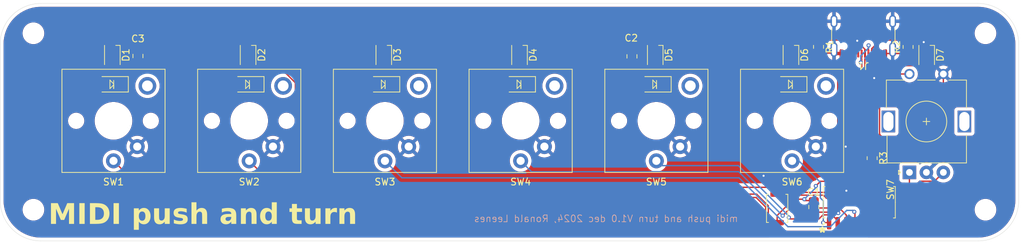
<source format=kicad_pcb>
(kicad_pcb (version 20240108) (generator "pcbnew") (generator_version "8.0")
  (layers (0 "F.Cu" signal) (31 "B.Cu" signal) (34 "B.Paste" user) (35 "F.Paste" user) (36 "B.SilkS" user "B.Silkscreen") (37 "F.SilkS" user "F.Silkscreen") (38 "B.Mask" user) (39 "F.Mask" user) (44 "Edge.Cuts" user))
  (net 0 "")
  (net 1 "GND")
  (net 2 "+3V3")
  (net 3 "+5V")
  (net 4 "neo")
  (net 5 "Net-(D1-DOUT)")
  (net 6 "Net-(D2-DOUT)")
  (net 7 "Net-(D3-DOUT)")
  (net 8 "Net-(D4-DOUT)")
  (net 10 "/D-")
  (net 11 "Net-(J1-CC2)")
  (net 13 "Net-(J1-CC1)")
  (net 14 "/D+")
  (net 16 "Net-(R3-Pad1)")
  (net 17 "key1")
  (net 18 "key4")
  (net 19 "enc_b")
  (net 20 "enc_a")
  (net 21 "Net-(D5-DOUT)")
  (net 22 "key2")
  (net 23 "key5")
  (net 24 "key3")
  (net 25 "key6")
  (net 27 "enc_but")
  (net 28 "Net-(D6-DOUT)")
  (footprint "LED_SMD:LED_WS2812B-2020_PLCC4_2.0x2.0mm" (layer "F.Cu") (at 105.1325 40.2 -90)
    (property "Reference" "D1" (at 0 -2.000001 90) (layer "F.SilkS"))
    (property "Value" "WS2812B-2020" (hide yes))
    (pad "1" smd rect (at -0.915 -0.55 270) (size 0.7 0.7) (layers "F.Cu" "F.Paste" "F.Mask") (net 5 "Net-(D1-DOUT)"))
    (pad "2" smd rect (at -0.915 0.55 270) (size 0.7 0.7) (layers "F.Cu" "F.Paste" "F.Mask") (net 1 "GND"))
    (pad "3" smd rect (at 0.915 0.55 270) (size 0.7 0.7) (layers "F.Cu" "F.Paste" "F.Mask") (net 4 "neo"))
    (pad "4" smd rect (at 0.915 -0.55 270) (size 0.7 0.7) (layers "F.Cu" "F.Paste" "F.Mask") (net 3 "+5V"))
  )
  (footprint "Resistor_SMD:R_0805_2012Metric" (layer "F.Cu") (at 217.1 55.4 -90)
    (property "Reference" "R3" (at 0 -1.65 90) (layer "F.SilkS"))
    (property "Value" "10k")
    (pad "1" smd roundrect (at -0.9125 0 270) (size 1.025 1.4) (layers "F.Cu" "F.Paste" "F.Mask") (roundrect_rratio 0.243902) (net 16 "Net-(R3-Pad1)"))
    (pad "2" smd roundrect (at 0.9125 0 270) (size 1.025 1.4) (layers "F.Cu" "F.Paste" "F.Mask") (roundrect_rratio 0.243902) (net 14 "/D+"))
  )
  (footprint "MountingHole:MountingHole_2.7mm_M2.5_ISO14580" (layer "F.Cu") (at 233.8 37)
    (property "Reference" "h1" (hide yes))
    (property "Value" "MountingHole_2.7mm_M2.5_ISO14580" (hide yes))
    (pad "" np_thru_hole circle (at 0 0) (size 2.7 2.7) (drill 2.7) (layers "F&B.Cu" "*.Mask"))
  )
  (footprint "Capacitor_SMD:C_0805_2012Metric" (layer "F.Cu") (at 181.7 40.4 90)
    (property "Reference" "C2" (at 2.7 -0.1 0) (layer "F.SilkS"))
    (property "Value" "100n")
    (pad "1" smd roundrect (at -0.949999 0 90) (size 1 1.45) (layers "F.Cu" "F.Paste" "F.Mask") (net 3 "+5V"))
    (pad "2" smd roundrect (at 0.949999 0 90) (size 1 1.45) (layers "F.Cu" "F.Paste" "F.Mask") (net 1 "GND"))
  )
  (footprint "MountingHole:MountingHole_2.7mm_M2.5_ISO14580" (layer "F.Cu") (at 233.8 63)
    (property "Reference" "h1" (hide yes))
    (property "Value" "MountingHole_2.7mm_M2.5_ISO14580" (hide yes))
    (pad "" np_thru_hole circle (at 0 0) (size 2.7 2.7) (drill 2.7) (layers "F&B.Cu" "*.Mask"))
  )
  (footprint "Resistor_SMD:R_0805_2012Metric" (layer "F.Cu") (at 222.4 39.0125 -90)
    (property "Reference" "R2" (at 0 1.700001 90) (layer "F.SilkS"))
    (property "Value" "5k1")
    (pad "1" smd roundrect (at -0.9125 0 270) (size 1.025 1.4) (layers "F.Cu" "F.Paste" "F.Mask") (roundrect_rratio 0.243902) (net 13 "Net-(J1-CC1)"))
    (pad "2" smd roundrect (at 0.9125 0 270) (size 1.025 1.4) (layers "F.Cu" "F.Paste" "F.Mask") (roundrect_rratio 0.243902) (net 1 "GND"))
  )
  (footprint "LED_SMD:LED_WS2812B-2020_PLCC4_2.0x2.0mm" (layer "F.Cu") (at 185.1325 40.2 -90)
    (property "Reference" "D5" (at 0 -2.000001 90) (layer "F.SilkS"))
    (property "Value" "WS2812B-2020" (hide yes))
    (pad "1" smd rect (at -0.915 -0.55 270) (size 0.7 0.7) (layers "F.Cu" "F.Paste" "F.Mask") (net 21 "Net-(D5-DOUT)"))
    (pad "2" smd rect (at -0.915 0.55 270) (size 0.7 0.7) (layers "F.Cu" "F.Paste" "F.Mask") (net 1 "GND"))
    (pad "3" smd rect (at 0.915 0.55 270) (size 0.7 0.7) (layers "F.Cu" "F.Paste" "F.Mask") (net 8 "Net-(D4-DOUT)"))
    (pad "4" smd rect (at 0.915 -0.55 270) (size 0.7 0.7) (layers "F.Cu" "F.Paste" "F.Mask") (net 3 "+5V"))
  )
  (footprint "LED_SMD:LED_WS2812B-2020_PLCC4_2.0x2.0mm" (layer "F.Cu") (at 225.1325 40.2 -90)
    (property "Reference" "D7" (at 0 -2.000001 90) (layer "F.SilkS"))
    (property "Value" "WS2812B-2020" (hide yes))
    (pad "1" smd rect (at -0.915 -0.55 270) (size 0.7 0.7) (layers "F.Cu" "F.Paste" "F.Mask"))
    (pad "2" smd rect (at -0.915 0.55 270) (size 0.7 0.7) (layers "F.Cu" "F.Paste" "F.Mask") (net 1 "GND"))
    (pad "3" smd rect (at 0.915 0.55 270) (size 0.7 0.7) (layers "F.Cu" "F.Paste" "F.Mask") (net 28 "Net-(D6-DOUT)"))
    (pad "4" smd rect (at 0.915 -0.55 270) (size 0.7 0.7) (layers "F.Cu" "F.Paste" "F.Mask") (net 3 "+5V"))
  )
  (footprint "Package_SO:SOP-16_4.4x10.4mm_P1.27mm" (layer "F.Cu") (at 215.2 61.9 90)
    (property "Reference" "U1" (hide yes))
    (property "Value" "CH552G")
    (pad "1" smd roundrect (at -3.0875 -4.445 90) (size 1.825 0.65) (layers "F.Cu" "F.Paste" "F.Mask") (net 25 "key6"))
    (pad "2" smd roundrect (at -3.0875 -3.175 90) (size 1.825 0.65) (layers "F.Cu" "F.Paste" "F.Mask") (net 23 "key5"))
    (pad "3" smd roundrect (at -3.0875 -1.905 90) (size 1.825 0.65) (layers "F.Cu" "F.Paste" "F.Mask") (net 18 "key4"))
    (pad "4" smd roundrect (at -3.0875 -0.635 90) (size 1.825 0.65) (layers "F.Cu" "F.Paste" "F.Mask") (net 24 "key3"))
    (pad "5" smd roundrect (at -3.0875 0.635 90) (size 1.825 0.65) (layers "F.Cu" "F.Paste" "F.Mask") (net 22 "key2"))
    (pad "6" smd roundrect (at -3.0875 1.905 90) (size 1.825 0.65) (layers "F.Cu" "F.Paste" "F.Mask"))
    (pad "7" smd roundrect (at -3.0875 3.175 90) (size 1.825 0.65) (layers "F.Cu" "F.Paste" "F.Mask") (net 20 "enc_a"))
    (pad "8" smd roundrect (at -3.0875 4.445 90) (size 1.825 0.65) (layers "F.Cu" "F.Paste" "F.Mask") (net 19 "enc_b"))
    (pad "9" smd roundrect (at 3.0875 4.445 90) (size 1.825 0.65) (layers "F.Cu" "F.Paste" "F.Mask") (net 17 "key1"))
    (pad "10" smd roundrect (at 3.0875 3.175 90) (size 1.825 0.65) (layers "F.Cu" "F.Paste" "F.Mask") (net 27 "enc_but"))
    (pad "11" smd roundrect (at 3.0875 1.905 90) (size 1.825 0.65) (layers "F.Cu" "F.Paste" "F.Mask") (net 4 "neo"))
    (pad "12" smd roundrect (at 3.0875 0.635 90) (size 1.825 0.65) (layers "F.Cu" "F.Paste" "F.Mask") (net 14 "/D+"))
    (pad "13" smd roundrect (at 3.0875 -0.635 90) (size 1.825 0.65) (layers "F.Cu" "F.Paste" "F.Mask") (net 10 "/D-"))
    (pad "14" smd roundrect (at 3.0875 -1.905 90) (size 1.825 0.65) (layers "F.Cu" "F.Paste" "F.Mask") (net 1 "GND"))
    (pad "15" smd roundrect (at 3.0875 -3.175 90) (size 1.825 0.65) (layers "F.Cu" "F.Paste" "F.Mask") (net 3 "+5V"))
    (pad "16" smd roundrect (at 3.0875 -4.445 90) (size 1.825 0.65) (layers "F.Cu" "F.Paste" "F.Mask") (net 2 "+3V3"))
  )
  (footprint "Capacitor_SMD:C_0805_2012Metric" (layer "F.Cu") (at 108.9 40.35 90)
    (property "Reference" "C3" (at 2.549999 0 0) (layer "F.SilkS"))
    (property "Value" "100n")
    (pad "1" smd roundrect (at -0.949999 0 90) (size 1 1.45) (layers "F.Cu" "F.Paste" "F.Mask") (net 3 "+5V"))
    (pad "2" smd roundrect (at 0.949999 0 90) (size 1 1.45) (layers "F.Cu" "F.Paste" "F.Mask") (net 1 "GND"))
  )
  (footprint "MountingHole:MountingHole_2.7mm_M2.5_ISO14580" (layer "F.Cu") (at 93.5 63)
    (property "Reference" "h1" (hide yes))
    (property "Value" "MountingHole_2.7mm_M2.5_ISO14580" (hide yes))
    (pad "" np_thru_hole circle (at 0 0) (size 2.7 2.7) (drill 2.7) (layers "F&B.Cu" "*.Mask"))
  )
  (footprint "LED_SMD:LED_WS2812B-2020_PLCC4_2.0x2.0mm" (layer "F.Cu") (at 205.1325 40.2 -90)
    (property "Reference" "D6" (at 0 -2.000001 90) (layer "F.SilkS"))
    (property "Value" "WS2812B-2020" (hide yes))
    (pad "1" smd rect (at -0.915 -0.55 270) (size 0.7 0.7) (layers "F.Cu" "F.Paste" "F.Mask") (net 28 "Net-(D6-DOUT)"))
    (pad "2" smd rect (at -0.915 0.55 270) (size 0.7 0.7) (layers "F.Cu" "F.Paste" "F.Mask") (net 1 "GND"))
    (pad "3" smd rect (at 0.915 0.55 270) (size 0.7 0.7) (layers "F.Cu" "F.Paste" "F.Mask") (net 21 "Net-(D5-DOUT)"))
    (pad "4" smd rect (at 0.915 -0.55 270) (size 0.7 0.7) (layers "F.Cu" "F.Paste" "F.Mask") (net 3 "+5V"))
  )
  (footprint "Resistor_SMD:R_0805_2012Metric" (layer "F.Cu") (at 209.2 39 -90)
    (property "Reference" "R1" (at 0 -1.65 90) (layer "F.SilkS"))
    (property "Value" "5k1")
    (pad "1" smd roundrect (at -0.9125 0 270) (size 1.025 1.4) (layers "F.Cu" "F.Paste" "F.Mask") (roundrect_rratio 0.243902) (net 11 "Net-(J1-CC2)"))
    (pad "2" smd roundrect (at 0.9125 0 270) (size 1.025 1.4) (layers "F.Cu" "F.Paste" "F.Mask") (roundrect_rratio 0.243902) (net 1 "GND"))
  )
  (footprint "Button_Switch_SMD:SW_Push_SPST_NO_Alps_SKRK" (layer "F.Cu") (at 203.1 62.8 -90)
    (property "Reference" "SW8" (hide yes))
    (property "Value" "boot")
    (pad "1" smd roundrect (at -2.1 0 270) (size 0.8 2) (layers "F.Cu" "F.Paste" "F.Mask") (net 16 "Net-(R3-Pad1)"))
    (pad "2" smd roundrect (at 2.1 0 270) (size 0.8 2) (layers "F.Cu" "F.Paste" "F.Mask") (net 2 "+3V3"))
  )
  (footprint "Button_Switch_Keyboard:SW_RedDragon5.5m_Ali_1.00u" (layer "F.Cu") (at 165.3 49.9 180)
    (property "Reference" "SW4" (at 0 -9 180) (layer "F.SilkS"))
    (property "Value" "key4" (hide yes))
    (pad "" np_thru_hole circle (at -5.5 0 180) (size 1.9 1.9) (drill 1.9) (layers "*.Cu" "*.Mask"))
    (pad "" thru_hole circle (at -5 5.15 180) (size 2.6 2.6) (drill 1.6) (layers "*.Cu" "*.Mask"))
    (pad "" np_thru_hole circle (at 0 0 180) (size 5.05 5.05) (drill 5.05) (layers "*.Cu" "*.Mask"))
    (pad "" np_thru_hole circle (at 5.5 0 180) (size 1.9 1.9) (drill 1.9) (layers "*.Cu" "*.Mask"))
    (pad "1" thru_hole circle (at 0 -5.9 180) (size 2.2 2.2) (drill 1.2) (layers "*.Cu" "*.Mask") (net 18 "key4"))
    (pad "2" thru_hole circle (at -3.5 -3.8 180) (size 2.2 2.2) (drill 1.2) (layers "*.Cu" "*.Mask") (net 1 "GND"))
    (pad "3" smd roundrect (at -1.3 5.38 180) (size 1.25 1.75) (layers "F.Cu" "F.Paste" "F.Mask") (roundrect_rratio 0.2))
    (pad "4" smd roundrect (at 1.5 5.38 180) (size 1.25 1.75) (layers "F.Cu" "F.Paste" "F.Mask") (roundrect_rratio 0.2))
  )
  (footprint "MountingHole:MountingHole_2.7mm_M2.5_ISO14580" (layer "F.Cu") (at 93.5 37)
    (property "Reference" "h1" (hide yes))
    (property "Value" "MountingHole_2.7mm_M2.5_ISO14580" (hide yes))
    (pad "" np_thru_hole circle (at 0 0) (size 2.7 2.7) (drill 2.7) (layers "F&B.Cu" "*.Mask"))
  )
  (footprint "Button_Switch_Keyboard:SW_RedDragon5.5m_Ali_1.00u" (layer "F.Cu") (at 185.3 49.9 180)
    (property "Reference" "SW5" (at 0 -9 180) (layer "F.SilkS"))
    (property "Value" "key5" (hide yes))
    (pad "" np_thru_hole circle (at -5.5 0 180) (size 1.9 1.9) (drill 1.9) (layers "*.Cu" "*.Mask"))
    (pad "" thru_hole circle (at -5 5.15 180) (size 2.6 2.6) (drill 1.6) (layers "*.Cu" "*.Mask"))
    (pad "" np_thru_hole circle (at 0 0 180) (size 5.05 5.05) (drill 5.05) (layers "*.Cu" "*.Mask"))
    (pad "" np_thru_hole circle (at 5.5 0 180) (size 1.9 1.9) (drill 1.9) (layers "*.Cu" "*.Mask"))
    (pad "1" thru_hole circle (at 0 -5.9 180) (size 2.2 2.2) (drill 1.2) (layers "*.Cu" "*.Mask") (net 23 "key5"))
    (pad "2" thru_hole circle (at -3.5 -3.8 180) (size 2.2 2.2) (drill 1.2) (layers "*.Cu" "*.Mask") (net 1 "GND"))
    (pad "3" smd roundrect (at -1.3 5.38 180) (size 1.25 1.75) (layers "F.Cu" "F.Paste" "F.Mask") (roundrect_rratio 0.2))
    (pad "4" smd roundrect (at 1.5 5.38 180) (size 1.25 1.75) (layers "F.Cu" "F.Paste" "F.Mask") (roundrect_rratio 0.2))
  )
  (footprint "LED_SMD:LED_WS2812B-2020_PLCC4_2.0x2.0mm" (layer "F.Cu") (at 165.1325 40.2 -90)
    (property "Reference" "D4" (at 0 -2.000001 90) (layer "F.SilkS"))
    (property "Value" "WS2812B-2020" (hide yes))
    (pad "1" smd rect (at -0.915 -0.55 270) (size 0.7 0.7) (layers "F.Cu" "F.Paste" "F.Mask") (net 8 "Net-(D4-DOUT)"))
    (pad "2" smd rect (at -0.915 0.55 270) (size 0.7 0.7) (layers "F.Cu" "F.Paste" "F.Mask") (net 1 "GND"))
    (pad "3" smd rect (at 0.915 0.55 270) (size 0.7 0.7) (layers "F.Cu" "F.Paste" "F.Mask") (net 7 "Net-(D3-DOUT)"))
    (pad "4" smd rect (at 0.915 -0.55 270) (size 0.7 0.7) (layers "F.Cu" "F.Paste" "F.Mask") (net 3 "+5V"))
  )
  (footprint "Capacitor_SMD:C_0805_2012Metric" (layer "F.Cu") (at 208.5 62.6 -90)
    (property "Reference" "C1" (at -2.2 0 0) (layer "F.SilkS"))
    (property "Value" "100n")
    (pad "1" smd roundrect (at -0.949999 0 270) (size 1 1.45) (layers "F.Cu" "F.Paste" "F.Mask") (net 2 "+3V3"))
    (pad "2" smd roundrect (at 0.949999 0 270) (size 1 1.45) (layers "F.Cu" "F.Paste" "F.Mask") (net 1 "GND"))
  )
  (footprint "Rotary_Encoder:RotaryEncoder_Alps_EC11E_Vertical_H20mm" (layer "F.Cu") (at 222.5925 57.5 90)
    (property "Reference" "SW7" (at -2.54 -2.794 90) (layer "F.SilkS"))
    (property "Value" "RotaryEncoder_Switch" (hide yes))
    (pad "A" thru_hole rect (at 0 0 90) (size 2 2) (drill 1) (layers "*.Cu" "*.Mask") (net 20 "enc_a"))
    (pad "B" thru_hole circle (at 0 5 90) (size 2 2) (drill 1) (layers "*.Cu" "*.Mask") (net 19 "enc_b"))
    (pad "C" thru_hole circle (at 0 2.5 90) (size 2 2) (drill 1) (layers "*.Cu" "*.Mask") (net 1 "GND"))
    (pad "MP" thru_hole rect (at 7.5 -3.1 90) (size 3.2 2) (drill oval 2.8 1.5) (layers "*.Cu" "*.Mask"))
    (pad "MP" thru_hole rect (at 7.5 8.1 90) (size 3.2 2) (drill oval 2.8 1.5) (layers "*.Cu" "*.Mask"))
    (pad "S1" thru_hole circle (at 14.5 0 90) (size 1.5 1.5) (drill 1) (layers "*.Cu" "*.Mask") (net 27 "enc_but"))
    (pad "S2" thru_hole circle (at 14.5 5 90) (size 1.5 1.5) (drill 1) (layers "*.Cu" "*.Mask") (net 1 "GND"))
  )
  (footprint "Button_Switch_Keyboard:SW_RedDragon5.5m_Ali_1.00u" (layer "F.Cu") (at 105.3 49.9 180)
    (property "Reference" "SW1" (at 0 -9 180) (layer "F.SilkS"))
    (property "Value" "key1" (hide yes))
    (pad "" np_thru_hole circle (at -5.5 0 180) (size 1.9 1.9) (drill 1.9) (layers "*.Cu" "*.Mask"))
    (pad "" thru_hole circle (at -5 5.15 180) (size 2.6 2.6) (drill 1.6) (layers "*.Cu" "*.Mask"))
    (pad "" np_thru_hole circle (at 0 0 180) (size 5.05 5.05) (drill 5.05) (layers "*.Cu" "*.Mask"))
    (pad "" np_thru_hole circle (at 5.5 0 180) (size 1.9 1.9) (drill 1.9) (layers "*.Cu" "*.Mask"))
    (pad "1" thru_hole circle (at 0 -5.9 180) (size 2.2 2.2) (drill 1.2) (layers "*.Cu" "*.Mask") (net 17 "key1"))
    (pad "2" thru_hole circle (at -3.5 -3.8 180) (size 2.2 2.2) (drill 1.2) (layers "*.Cu" "*.Mask") (net 1 "GND"))
    (pad "3" smd roundrect (at -1.3 5.38 180) (size 1.25 1.75) (layers "F.Cu" "F.Paste" "F.Mask") (roundrect_rratio 0.2))
    (pad "4" smd roundrect (at 1.5 5.38 180) (size 1.25 1.75) (layers "F.Cu" "F.Paste" "F.Mask") (roundrect_rratio 0.2))
  )
  (footprint "LED_SMD:LED_WS2812B-2020_PLCC4_2.0x2.0mm" (layer "F.Cu") (at 125.1325 40.2 -90)
    (property "Reference" "D2" (at 0 -2.000001 90) (layer "F.SilkS"))
    (property "Value" "WS2812B-2020" (hide yes))
    (pad "1" smd rect (at -0.915 -0.55 270) (size 0.7 0.7) (layers "F.Cu" "F.Paste" "F.Mask") (net 6 "Net-(D2-DOUT)"))
    (pad "2" smd rect (at -0.915 0.55 270) (size 0.7 0.7) (layers "F.Cu" "F.Paste" "F.Mask") (net 1 "GND"))
    (pad "3" smd rect (at 0.915 0.55 270) (size 0.7 0.7) (layers "F.Cu" "F.Paste" "F.Mask") (net 5 "Net-(D1-DOUT)"))
    (pad "4" smd rect (at 0.915 -0.55 270) (size 0.7 0.7) (layers "F.Cu" "F.Paste" "F.Mask") (net 3 "+5V"))
  )
  (footprint "LED_SMD:LED_WS2812B-2020_PLCC4_2.0x2.0mm" (layer "F.Cu") (at 145.1325 40.2 -90)
    (property "Reference" "D3" (at 0 -2.000001 90) (layer "F.SilkS"))
    (property "Value" "WS2812B-2020" (hide yes))
    (pad "1" smd rect (at -0.915 -0.55 270) (size 0.7 0.7) (layers "F.Cu" "F.Paste" "F.Mask") (net 7 "Net-(D3-DOUT)"))
    (pad "2" smd rect (at -0.915 0.55 270) (size 0.7 0.7) (layers "F.Cu" "F.Paste" "F.Mask") (net 1 "GND"))
    (pad "3" smd rect (at 0.915 0.55 270) (size 0.7 0.7) (layers "F.Cu" "F.Paste" "F.Mask") (net 6 "Net-(D2-DOUT)"))
    (pad "4" smd rect (at 0.915 -0.55 270) (size 0.7 0.7) (layers "F.Cu" "F.Paste" "F.Mask") (net 3 "+5V"))
  )
  (footprint "Connector_USB:USB_C_Receptacle_GCT_USB4105-xx-A_16P_TopMnt_Horizontal" (layer "F.Cu") (at 215.8 36.3 180)
    (property "Reference" "J1" (at 0 -5.5 180) (layer "F.SilkS"))
    (property "Value" "USB_C_Receptacle_USB2.0_16P" (hide yes))
    (pad "" np_thru_hole circle (at -2.89 -2.605 180) (size 0.65 0.65) (drill 0.65) (layers "F&B.Cu" "*.Mask"))
    (pad "" np_thru_hole circle (at 2.89 -2.605 180) (size 0.65 0.65) (drill 0.65) (layers "F&B.Cu" "*.Mask"))
    (pad "A1" smd roundrect (at -3.2 -3.68 180) (size 0.6 1.15) (layers "F.Cu" "F.Paste" "F.Mask") (net 1 "GND"))
    (pad "A4" smd roundrect (at -2.4 -3.68 180) (size 0.6 1.15) (layers "F.Cu" "F.Paste" "F.Mask") (net 3 "+5V"))
    (pad "A5" smd roundrect (at -1.25 -3.679999 180) (size 0.3 1.15) (layers "F.Cu" "F.Paste" "F.Mask") (net 13 "Net-(J1-CC1)"))
    (pad "A6" smd roundrect (at -0.25 -3.68 180) (size 0.3 1.15) (layers "F.Cu" "F.Paste" "F.Mask") (net 14 "/D+"))
    (pad "A7" smd roundrect (at 0.25 -3.68 180) (size 0.3 1.15) (layers "F.Cu" "F.Paste" "F.Mask") (net 10 "/D-"))
    (pad "A8" smd roundrect (at 1.25 -3.679999 180) (size 0.3 1.15) (layers "F.Cu" "F.Paste" "F.Mask"))
    (pad "A9" smd roundrect (at 2.4 -3.68 180) (size 0.6 1.15) (layers "F.Cu" "F.Paste" "F.Mask") (net 3 "+5V"))
    (pad "A12" smd roundrect (at 3.2 -3.68 180) (size 0.6 1.15) (layers "F.Cu" "F.Paste" "F.Mask") (net 1 "GND"))
    (pad "B1" smd roundrect (at 3.2 -3.68 180) (size 0.6 1.15) (layers "F.Cu" "F.Paste" "F.Mask") (net 1 "GND"))
    (pad "B4" smd roundrect (at 2.4 -3.68 180) (size 0.6 1.15) (layers "F.Cu" "F.Paste" "F.Mask") (net 3 "+5V"))
    (pad "B5" smd roundrect (at 1.75 -3.68 180) (size 0.3 1.15) (layers "F.Cu" "F.Paste" "F.Mask") (net 11 "Net-(J1-CC2)"))
    (pad "B6" smd roundrect (at 0.75 -3.68 180) (size 0.3 1.15) (layers "F.Cu" "F.Paste" "F.Mask") (net 14 "/D+"))
    (pad "B7" smd roundrect (at -0.75 -3.68 180) (size 0.3 1.15) (layers "F.Cu" "F.Paste" "F.Mask") (net 10 "/D-"))
    (pad "B8" smd roundrect (at -1.75 -3.68 180) (size 0.3 1.15) (layers "F.Cu" "F.Paste" "F.Mask"))
    (pad "B9" smd roundrect (at -2.4 -3.68 180) (size 0.6 1.15) (layers "F.Cu" "F.Paste" "F.Mask") (net 3 "+5V"))
    (pad "B12" smd roundrect (at -3.2 -3.68 180) (size 0.6 1.15) (layers "F.Cu" "F.Paste" "F.Mask") (net 1 "GND"))
    (pad "S1" thru_hole oval (at -4.32 -3.105 180) (size 1 2.1) (drill oval 0.6 1.7) (layers "*.Cu" "*.Mask" "F.Paste") (net 1 "GND"))
    (pad "S1" thru_hole oval (at -4.32 1.075 180) (size 1 1.8) (drill oval 0.6 1.4) (layers "*.Cu" "*.Mask" "F.Paste") (net 1 "GND"))
    (pad "S1" thru_hole oval (at 4.32 -3.105 180) (size 1 2.1) (drill oval 0.6 1.7) (layers "*.Cu" "*.Mask" "F.Paste") (net 1 "GND"))
    (pad "S1" thru_hole oval (at 4.32 1.075 180) (size 1 1.8) (drill oval 0.6 1.4) (layers "*.Cu" "*.Mask" "F.Paste") (net 1 "GND"))
  )
  (footprint "Button_Switch_Keyboard:SW_RedDragon5.5m_Ali_1.00u" (layer "F.Cu") (at 205.3 49.9 180)
    (property "Reference" "SW6" (at 0 -9 180) (layer "F.SilkS"))
    (property "Value" "key3" (hide yes))
    (pad "" np_thru_hole circle (at -5.5 0 180) (size 1.9 1.9) (drill 1.9) (layers "*.Cu" "*.Mask"))
    (pad "" thru_hole circle (at -5 5.15 180) (size 2.6 2.6) (drill 1.6) (layers "*.Cu" "*.Mask"))
    (pad "" np_thru_hole circle (at 0 0 180) (size 5.05 5.05) (drill 5.05) (layers "*.Cu" "*.Mask"))
    (pad "" np_thru_hole circle (at 5.5 0 180) (size 1.9 1.9) (drill 1.9) (layers "*.Cu" "*.Mask"))
    (pad "1" thru_hole circle (at 0 -5.9 180) (size 2.2 2.2) (drill 1.2) (layers "*.Cu" "*.Mask") (net 25 "key6"))
    (pad "2" thru_hole circle (at -3.5 -3.8 180) (size 2.2 2.2) (drill 1.2) (layers "*.Cu" "*.Mask") (net 1 "GND"))
    (pad "3" smd roundrect (at -1.3 5.38 180) (size 1.25 1.75) (layers "F.Cu" "F.Paste" "F.Mask") (roundrect_rratio 0.2))
    (pad "4" smd roundrect (at 1.5 5.38 180) (size 1.25 1.75) (layers "F.Cu" "F.Paste" "F.Mask") (roundrect_rratio 0.2))
  )
  (footprint "Button_Switch_Keyboard:SW_RedDragon5.5m_Ali_1.00u" (layer "F.Cu") (at 145.3 49.9 180)
    (property "Reference" "SW3" (at 0 -9 180) (layer "F.SilkS"))
    (property "Value" "key3" (hide yes))
    (pad "" np_thru_hole circle (at -5.5 0 180) (size 1.9 1.9) (drill 1.9) (layers "*.Cu" "*.Mask"))
    (pad "" thru_hole circle (at -5 5.15 180) (size 2.6 2.6) (drill 1.6) (layers "*.Cu" "*.Mask"))
    (pad "" np_thru_hole circle (at 0 0 180) (size 5.05 5.05) (drill 5.05) (layers "*.Cu" "*.Mask"))
    (pad "" np_thru_hole circle (at 5.5 0 180) (size 1.9 1.9) (drill 1.9) (layers "*.Cu" "*.Mask"))
    (pad "1" thru_hole circle (at 0 -5.9 180) (size 2.2 2.2) (drill 1.2) (layers "*.Cu" "*.Mask") (net 24 "key3"))
    (pad "2" thru_hole circle (at -3.5 -3.8 180) (size 2.2 2.2) (drill 1.2) (layers "*.Cu" "*.Mask") (net 1 "GND"))
    (pad "3" smd roundrect (at -1.3 5.38 180) (size 1.25 1.75) (layers "F.Cu" "F.Paste" "F.Mask") (roundrect_rratio 0.2))
    (pad "4" smd roundrect (at 1.5 5.38 180) (size 1.25 1.75) (layers "F.Cu" "F.Paste" "F.Mask") (roundrect_rratio 0.2))
  )
  (footprint "Button_Switch_Keyboard:SW_RedDragon5.5m_Ali_1.00u" (layer "F.Cu") (at 125.3 49.9 180)
    (property "Reference" "SW2" (at 0 -9 180) (layer "F.SilkS"))
    (property "Value" "key2" (hide yes))
    (pad "" np_thru_hole circle (at -5.5 0 180) (size 1.9 1.9) (drill 1.9) (layers "*.Cu" "*.Mask"))
    (pad "" thru_hole circle (at -5 5.15 180) (size 2.6 2.6) (drill 1.6) (layers "*.Cu" "*.Mask"))
    (pad "" np_thru_hole circle (at 0 0 180) (size 5.05 5.05) (drill 5.05) (layers "*.Cu" "*.Mask"))
    (pad "" np_thru_hole circle (at 5.5 0 180) (size 1.9 1.9) (drill 1.9) (layers "*.Cu" "*.Mask"))
    (pad "1" thru_hole circle (at 0 -5.9 180) (size 2.2 2.2) (drill 1.2) (layers "*.Cu" "*.Mask") (net 22 "key2"))
    (pad "2" thru_hole circle (at -3.5 -3.8 180) (size 2.2 2.2) (drill 1.2) (layers "*.Cu" "*.Mask") (net 1 "GND"))
    (pad "3" smd roundrect (at -1.3 5.38 180) (size 1.25 1.75) (layers "F.Cu" "F.Paste" "F.Mask") (roundrect_rratio 0.2))
    (pad "4" smd roundrect (at 1.5 5.38 180) (size 1.25 1.75) (layers "F.Cu" "F.Paste" "F.Mask") (roundrect_rratio 0.2))
  )
  (gr_line (start 238.7 38.6) (end 238.7 61.6) (stroke (width 0.05)) (layer "Edge.Cuts"))
  (gr_arc (start 238.7 61.6) (mid 236.942641 65.842641) (end 232.7 67.6) (stroke (width 0.05)) (layer "Edge.Cuts"))
  (gr_arc (start 94.6 67.6) (mid 90.357358 65.842641) (end 88.6 61.6) (stroke (width 0.05)) (layer "Edge.Cuts"))
  (gr_line (start 94.6 67.6) (end 232.7 67.6) (stroke (width 0.05)) (layer "Edge.Cuts"))
  (gr_arc (start 88.599999 38.6) (mid 90.357357 34.357358) (end 94.599999 32.6) (stroke (width 0.05)) (layer "Edge.Cuts"))
  (gr_line (start 94.6 32.6) (end 232.7 32.6) (stroke (width 0.05)) (layer "Edge.Cuts"))
  (gr_line (start 88.6 38.6) (end 88.6 61.6) (stroke (width 0.05)) (layer "Edge.Cuts"))
  (gr_arc (start 232.7 32.6) (mid 236.942641 34.357359) (end 238.7 38.6) (stroke (width 0.05)) (layer "Edge.Cuts"))
  (gr_text "midi push and turn V1.0 dec 2024, Ronald Leenes" (at 197.4 64.9 0) (layer "B.SilkS") (effects (font (size 1 1) (thickness 0.1)) (justify left bottom mirror)))
  (gr_text "MIDI push and turn" (at 95.7 65.6 0) (layer "F.SilkS") (effects (font (size 3 3) (thickness 0.3) (bold yes)) (justify left bottom)))
  (gr_text "*" (at 209 67.3 0) (layer "F.SilkS") (effects (font (size 1.5 1.5) (thickness 0.3) (bold yes)) (justify left bottom)))
  (segment (start 210.972 39.9125) (end 211.48 39.405) (width 0.2) (layer "F.Cu") (net 1))
  (segment (start 208.689 63.3612) (end 211.961 63.3612) (width 0.2) (layer "F.Cu") (net 1))
  (segment (start 204.582 39.285) (end 204.582 39.3825) (width 0.2) (layer "F.Cu") (net 1))
  (segment (start 213.295 53.795) (end 213.2 53.7) (width 0.2) (layer "F.Cu") (net 1))
  (segment (start 227.592 55) (end 225.092 57.5) (width 0.2) (layer "F.Cu") (net 1))
  (segment (start 213.3 58.8175) (end 213.295 58.8125) (width 0.2) (layer "F.Cu") (net 1))
  (segment (start 219 39.98) (end 222.345 39.98) (width 0.2) (layer "F.Cu") (net 1))
  (segment (start 213.3 60.2) (end 213.3 58.8175) (width 0.2) (layer "F.Cu") (net 1))
  (segment (start 222.345 39.98) (end 222.4 39.925) (width 0.2) (layer "F.Cu") (net 1))
  (segment (start 209.178 39.935) (end 209.2 39.9125) (width 0.2) (layer "F.Cu") (net 1))
  (segment (start 213.295 58.8125) (end 213.295 53.795) (width 0.2) (layer "F.Cu") (net 1))
  (segment (start 227.592 43) (end 227.592 55) (width 0.2) (layer "F.Cu") (net 1))
  (segment (start 208.5 63.55) (end 208.689 63.3612) (width 0.2) (layer "F.Cu") (net 1))
  (segment (start 204.582 39.3825) (end 205.135 39.935) (width 0.2) (layer "F.Cu") (net 1))
  (segment (start 205.135 39.935) (end 209.178 39.935) (width 0.2) (layer "F.Cu") (net 1))
  (segment (start 209.2 39.9125) (end 210.972 39.9125) (width 0.2) (layer "F.Cu") (net 1))
  (segment (start 211.961 63.3612) (end 212.1 63.5) (width 0.2) (layer "F.Cu") (net 1))
  (via (at 217.4 43.6) (size 0.6) (drill 0.3) (layers "F.Cu" "B.Cu") (net 1))
  (via (at 214.9 38.1) (size 0.6) (drill 0.3) (layers "F.Cu" "B.Cu") (net 1))
  (via (at 201.1 58) (size 0.6) (drill 0.3) (layers "F.Cu" "B.Cu") (net 1))
  (via (at 212.1 63.5) (size 0.6) (drill 0.3) (layers "F.Cu" "B.Cu") (net 1))
  (via (at 213.3 60.2) (size 0.6) (drill 0.3) (layers "F.Cu" "B.Cu") (net 1))
  (via (at 213.2 53.7) (size 0.6) (drill 0.3) (layers "F.Cu" "B.Cu") (net 1))
  (via (at 224.7 38.3) (size 0.6) (drill 0.3) (layers "F.Cu" "B.Cu") (net 1))
  (segment (start 212.1 62.4) (end 213.3 61.2) (width 0.2) (layer "B.Cu") (net 1))
  (segment (start 213.2 53.7) (end 212.415 52.915) (width 0.2) (layer "B.Cu") (net 1))
  (segment (start 209.585 52.915) (end 208.8 53.7) (width 0.2) (layer "B.Cu") (net 1))
  (segment (start 212.1 63.5) (end 212.1 62.4) (width 0.2) (layer "B.Cu") (net 1))
  (segment (start 212.415 52.915) (end 209.585 52.915) (width 0.2) (layer "B.Cu") (net 1))
  (segment (start 213.3 61.2) (end 213.3 60.2) (width 0.2) (layer "B.Cu") (net 1))
  (segment (start 208.8 59.5) (end 209.4875 58.8125) (width 0.2) (layer "F.Cu") (net 2))
  (segment (start 208.5 61.650001) (end 207.300001 61.650001) (width 0.2) (layer "F.Cu") (net 2))
  (segment (start 209.4875 58.8125) (end 210.755 58.8125) (width 0.2) (layer "F.Cu") (net 2))
  (segment (start 207.300001 61.650001) (end 207.1 61.45) (width 0.2) (layer "F.Cu") (net 2))
  (segment (start 205.495071 61.45) (end 203.1 63.845071) (width 0.2) (layer "F.Cu") (net 2))
  (segment (start 203.1 63.845071) (end 203.1 64.9) (width 0.2) (layer "F.Cu") (net 2))
  (segment (start 207.1 61.45) (end 205.495071 61.45) (width 0.2) (layer "F.Cu") (net 2))
  (via (at 208.8 59.5) (size 0.6) (drill 0.3) (layers "F.Cu" "B.Cu") (net 2))
  (via (at 207.1 61.45) (size 0.6) (drill 0.3) (layers "F.Cu" "B.Cu") (net 2))
  (segment (start 208.8 59.75) (end 208.8 59.5) (width 0.2) (layer "B.Cu") (net 2))
  (segment (start 207.1 61.45) (end 208.8 59.75) (width 0.2) (layer "B.Cu") (net 2))
  (segment (start 185.682 41.7667) (end 185.682 41.115) (width 0.2) (layer "F.Cu") (net 3))
  (segment (start 126.334 41.115) (end 125.6825 41.115) (width 0.2) (layer "F.Cu") (net 3))
  (segment (start 145.6825 41.4395) (end 145.6825 41.115) (width 0.2) (layer "F.Cu") (net 3))
  (segment (start 105.682 41.115) (end 105.6825 41.115) (width 0.2) (layer "F.Cu") (net 3))
  (segment (start 203.849 38.882) (end 205.88 36.8513) (width 0.2) (layer "F.Cu") (net 3))
  (segment (start 205.234 41.59) (end 205.234 41.115) (width 0.2) (layer "F.Cu") (net 3))
  (segment (start 206.334 41.115) (end 207.025 41.8062) (width 0.2) (layer "F.Cu") (net 3))
  (segment (start 105.6825 41.115) (end 106.334 41.115) (width 0.2) (layer "F.Cu") (net 3))
  (segment (start 145.682 41.765) (end 145.681 41.7667) (width 0.2) (layer "F.Cu") (net 3))
  (segment (start 145.684 41.7667) (end 165.682 41.7667) (width 0.2) (layer "F.Cu") (net 3))
  (segment (start 126.986 41.7667) (end 126.334 41.115) (width 0.2) (layer "F.Cu") (net 3))
  (segment (start 165.682 41.2275) (end 165.6825 41.227) (width 0.2) (layer "F.Cu") (net 3))
  (segment (start 145.682 41.765) (end 145.684 41.7667) (width 0.2) (layer "F.Cu") (net 3))
  (segment (start 203.849 39.735) (end 203.849 38.882) (width 0.2) (layer "F.Cu") (net 3))
  (segment (start 218.2 39.98) (end 218.2 40.4178) (width 0.2) (layer "F.Cu") (net 3))
  (segment (start 224.474 36.8513) (end 226.4 38.777) (width 0.2) (layer "F.Cu") (net 3))
  (segment (start 218.2 40.4178) (end 219.549 41.7667) (width 0.2) (layer "F.Cu") (net 3))
  (segment (start 207.025 41.8062) (end 212.025 41.8062) (width 0.2) (layer "F.Cu") (net 3))
  (segment (start 181.7 41.35) (end 182.117 41.7667) (width 0.2) (layer "F.Cu") (net 3))
  (segment (start 213.4 40.4312) (end 213.4 39.98) (width 0.2) (layer "F.Cu") (net 3))
  (segment (start 225.682 41.115) (end 225.682 41.1353) (width 0.2) (layer "F.Cu") (net 3))
  (segment (start 181.69 41.34) (end 181.7 41.35) (width 0.2) (layer "F.Cu") (net 3))
  (segment (start 212.025 41.8062) (end 213.4 40.4312) (width 0.2) (layer "F.Cu") (net 3))
  (segment (start 205.88 36.8513) (end 224.474 36.8513) (width 0.2) (layer "F.Cu") (net 3))
  (segment (start 205.234 41.115) (end 205.6825 41.115) (width 0.2) (layer "F.Cu") (net 3))
  (segment (start 106.519 41.3) (end 108.9 41.3) (width 0.2) (layer "F.Cu") (net 3))
  (segment (start 165.6825 41.227) (end 165.6825 41.115) (width 0.2) (layer "F.Cu") (net 3))
  (segment (start 219.549 41.7667) (end 225.112 41.7667) (width 0.2) (layer "F.Cu") (net 3))
  (segment (start 106.334 41.115) (end 106.519 41.3) (width 0.2) (layer "F.Cu") (net 3))
  (segment (start 125.682 41.115) (end 125.682 41.7667) (width 0.2) (layer "F.Cu") (net 3))
  (segment (start 205.234 41.115) (end 205.234 40.64) (width 0.2) (layer "F.Cu") (net 3))
  (segment (start 186.986 41.7667) (end 205.058 41.7667) (width 0.2) (layer "F.Cu") (net 3))
  (segment (start 182.117 41.7667) (end 185.682 41.7667) (width 0.2) (layer "F.Cu") (net 3))
  (segment (start 205.058 40.4633) (end 204.578 40.4633) (width 0.2) (layer "F.Cu") (net 3))
  (segment (start 185.6825 41.115) (end 186.334 41.115) (width 0.2) (layer "F.Cu") (net 3))
  (segment (start 165.682 41.115) (end 165.682 41.2275) (width 0.2) (layer "F.Cu") (net 3))
  (segment (start 226.4 40.4384) (end 225.682 41.1557) (width 0.2) (layer "F.Cu") (net 3))
  (segment (start 225.112 41.7667) (end 225.682 41.1964) (width 0.2) (layer "F.Cu") (net 3))
  (segment (start 225.6825 41.1348) (end 225.6825 41.115) (width 0.2) (layer "F.Cu") (net 3))
  (segment (start 145.682 41.44) (end 145.682 41.765) (width 0.2) (layer "F.Cu") (net 3))
  (segment (start 186.334 41.115) (end 186.986 41.7667) (width 0.2) (layer "F.Cu") (net 3))
  (segment (start 185.682 41.115) (end 185.6825 41.115) (width 0.2) (layer "F.Cu") (net 3))
  (segment (start 165.682 41.2275) (end 165.682 41.34) (width 0.2) (layer "F.Cu") (net 3))
  (segment (start 205.234 40.64) (end 205.058 40.4633) (width 0.2) (layer "F.Cu") (net 3))
  (segment (start 225.682 41.1353) (end 225.682 41.1557) (width 0.2) (layer "F.Cu") (net 3))
  (segment (start 165.682 41.34) (end 181.69 41.34) (width 0.2) (layer "F.Cu") (net 3))
  (segment (start 109.367 41.7667) (end 108.9 41.3) (width 0.2) (layer "F.Cu") (net 3))
  (segment (start 165.682 41.7667) (end 165.682 41.34) (width 0.2) (layer "F.Cu") (net 3))
  (segment (start 225.682 41.1353) (end 225.6825 41.1348) (width 0.2) (layer "F.Cu") (net 3))
  (segment (start 212.025 58.8125) (end 212.025 41.8062) (width 0.2) (layer "F.Cu") (net 3))
  (segment (start 205.058 41.7667) (end 205.234 41.59) (width 0.2) (layer "F.Cu") (net 3))
  (segment (start 145.681 41.7667) (end 126.986 41.7667) (width 0.2) (layer "F.Cu") (net 3))
  (segment (start 226.4 38.777) (end 226.4 40.4384) (width 0.2) (layer "F.Cu") (net 3))
  (segment (start 225.682 41.1964) (end 225.682 41.1557) (width 0.2) (layer "F.Cu") (net 3))
  (segment (start 204.578 40.4633) (end 203.849 39.735) (width 0.2) (layer "F.Cu") (net 3))
  (segment (start 125.682 41.7667) (end 109.367 41.7667) (width 0.2) (layer "F.Cu") (net 3))
  (segment (start 205.6825 41.115) (end 206.334 41.115) (width 0.2) (layer "F.Cu") (net 3))
  (segment (start 145.682 41.115) (end 145.682 41.44) (width 0.2) (layer "F.Cu") (net 3))
  (segment (start 125.6825 41.115) (end 125.682 41.115) (width 0.2) (layer "F.Cu") (net 3))
  (segment (start 145.682 41.44) (end 145.6825 41.4395) (width 0.2) (layer "F.Cu") (net 3))
  (segment (start 104.582 41.4408) (end 104.5825 41.4403) (width 0.2) (layer "F.Cu") (net 4))
  (segment (start 216.319 59.9) (end 215.419 60.8) (width 0.2) (layer "F.Cu") (net 4))
  (segment (start 105.9715 42.8303) (end 104.582 41.4408) (width 0.2) (layer "F.Cu") (net 4))
  (segment (start 130.643042 42.8303) (end 105.9715 42.8303) (width 0.2) (layer "F.Cu") (net 4))
  (segment (start 132.1 44.287258) (end 130.643042 42.8303) (width 0.2) (layer "F.Cu") (net 4))
  (segment (start 135.6 59.7) (end 132.1 56.2) (width 0.2) (layer "F.Cu") (net 4))
  (segment (start 104.5825 41.4403) (end 104.5825 41.115) (width 0.2) (layer "F.Cu") (net 4))
  (segment (start 215.419 60.8) (end 210.414686 60.8) (width 0.2) (layer "F.Cu") (net 4))
  (segment (start 210.414686 60.8) (end 210.064686 60.45) (width 0.2) (layer "F.Cu") (net 4))
  (segment (start 217.105 58.8125) (end 217.105 59.1427) (width 0.2) (layer "F.Cu") (net 4))
  (segment (start 216.348 59.9) (end 216.319 59.9) (width 0.2) (layer "F.Cu") (net 4))
  (segment (start 204.9 59.7) (end 135.6 59.7) (width 0.2) (layer "F.Cu") (net 4))
  (segment (start 132.1 56.2) (end 132.1 44.287258) (width 0.2) (layer "F.Cu") (net 4))
  (segment (start 205.65 60.45) (end 204.9 59.7) (width 0.2) (layer "F.Cu") (net 4))
  (segment (start 217.105 59.1427) (end 216.348 59.9) (width 0.2) (layer "F.Cu") (net 4))
  (segment (start 210.064686 60.45) (end 205.65 60.45) (width 0.2) (layer "F.Cu") (net 4))
  (segment (start 104.582 41.4408) (end 104.582 41.115) (width 0.2) (layer "F.Cu") (net 4))
  (segment (start 107.512 40.4633) (end 106.334 39.285) (width 0.2) (layer "F.Cu") (net 5))
  (segment (start 123.279 40.4633) (end 107.512 40.4633) (width 0.2) (layer "F.Cu") (net 5))
  (segment (start 124.582 41.115) (end 124.5825 41.115) (width 0.2) (layer "F.Cu") (net 5))
  (segment (start 124.582 41.115) (end 123.931 41.115) (width 0.2) (layer "F.Cu") (net 5))
  (segment (start 106.334 39.285) (end 105.6825 39.285) (width 0.2) (layer "F.Cu") (net 5))
  (segment (start 105.682 39.285) (end 105.6825 39.285) (width 0.2) (layer "F.Cu") (net 5))
  (segment (start 123.931 41.115) (end 123.279 40.4633) (width 0.2) (layer "F.Cu") (net 5))
  (segment (start 144.582 41.115) (end 144.5825 41.115) (width 0.2) (layer "F.Cu") (net 6))
  (segment (start 126.334 39.285) (end 125.6825 39.285) (width 0.2) (layer "F.Cu") (net 6))
  (segment (start 125.682 39.285) (end 125.6825 39.285) (width 0.2) (layer "F.Cu") (net 6))
  (segment (start 144.582 41.115) (end 128.164 41.115) (width 0.2) (layer "F.Cu") (net 6))
  (segment (start 128.164 41.115) (end 126.334 39.285) (width 0.2) (layer "F.Cu") (net 6))
  (segment (start 145.6825 39.285) (end 146.334 39.285) (width 0.2) (layer "F.Cu") (net 7))
  (segment (start 164.582 41.115) (end 164.5825 41.115) (width 0.2) (layer "F.Cu") (net 7))
  (segment (start 148.164 41.115) (end 164.582 41.115) (width 0.2) (layer "F.Cu") (net 7))
  (segment (start 145.682 39.285) (end 145.6825 39.285) (width 0.2) (layer "F.Cu") (net 7))
  (segment (start 146.334 39.285) (end 148.164 41.115) (width 0.2) (layer "F.Cu") (net 7))
  (segment (start 167.512 40.4633) (end 183.279 40.4633) (width 0.2) (layer "F.Cu") (net 8))
  (segment (start 165.6825 39.285) (end 166.334 39.285) (width 0.2) (layer "F.Cu") (net 8))
  (segment (start 166.334 39.285) (end 167.512 40.4633) (width 0.2) (layer "F.Cu") (net 8))
  (segment (start 165.682 39.285) (end 165.6825 39.285) (width 0.2) (layer "F.Cu") (net 8))
  (segment (start 184.582 41.115) (end 184.5825 41.115) (width 0.2) (layer "F.Cu") (net 8))
  (segment (start 183.931 41.115) (end 184.582 41.115) (width 0.2) (layer "F.Cu") (net 8))
  (segment (start 183.279 40.4633) (end 183.931 41.115) (width 0.2) (layer "F.Cu") (net 8))
  (segment (start 215.21 58.1675) (end 214.565 58.8125) (width 0.2) (layer "F.Cu") (net 10))
  (segment (start 215.425 41.3) (end 215.5005 41.3) (width 0.2) (layer "F.Cu") (net 10))
  (segment (start 216.572 38.783) (end 216.55 38.805) (width 0.2) (layer "F.Cu") (net 10))
  (segment (start 215.575 40.8675) (end 215.575 41.2255) (width 0.2) (layer "F.Cu") (net 10))
  (segment (start 215.21 57.8664) (end 215.21 58.1675) (width 0.2) (layer "F.Cu") (net 10))
  (segment (start 216.55 38.805) (end 216.55 39.98) (width 0.2) (layer "F.Cu") (net 10))
  (segment (start 215.575 41.2255) (end 215.575 57.5014) (width 0.2) (layer "F.Cu") (net 10))
  (segment (start 215.5005 41.3) (end 215.575 41.2255) (width 0.2) (layer "F.Cu") (net 10))
  (segment (start 215.575 57.5014) (end 215.21 57.8664) (width 0.2) (layer "F.Cu") (net 10))
  (segment (start 215.55 39.98) (end 215.55 40.8425) (width 0.2) (layer "F.Cu") (net 10))
  (segment (start 215.55 40.8425) (end 215.575 40.8675) (width 0.2) (layer "F.Cu") (net 10))
  (via (at 215.425 41.3) (size 0.6) (drill 0.3) (layers "F.Cu" "B.Cu") (net 10))
  (via (at 216.572 38.783) (size 0.6) (drill 0.3) (layers "F.Cu" "B.Cu") (net 10))
  (segment (start 215.425 40.3127) (end 216.572 39.1657) (width 0.2) (layer "B.Cu") (net 10))
  (segment (start 215.425 41.3) (end 215.425 40.3127) (width 0.2) (layer "B.Cu") (net 10))
  (segment (start 216.572 39.1657) (end 216.572 38.783) (width 0.2) (layer "B.Cu") (net 10))
  (segment (start 214.05 39.98) (end 214.05 38.7635) (width 0.2) (layer "F.Cu") (net 11))
  (segment (start 213.282 37.996) (end 209.292 37.996) (width 0.2) (layer "F.Cu") (net 11))
  (segment (start 214.05 38.7635) (end 213.282 37.996) (width 0.2) (layer "F.Cu") (net 11))
  (segment (start 209.292 37.996) (end 209.2 38.0875) (width 0.2) (layer "F.Cu") (net 11))
  (segment (start 217.05 39.256) (end 218.305 38.0012) (width 0.2) (layer "F.Cu") (net 13))
  (segment (start 217.05 39.98) (end 217.05 39.256) (width 0.2) (layer "F.Cu") (net 13))
  (segment (start 218.305 38.0012) (end 222.301 38.0012) (width 0.2) (layer "F.Cu") (net 13))
  (segment (start 222.301 38.0012) (end 222.4 38.1) (width 0.2) (layer "F.Cu") (net 13))
  (segment (start 215.05 39.3576) (end 215.05 39.98) (width 0.2) (layer "F.Cu") (net 14))
  (segment (start 215.835 58.1789) (end 215.835 58.8125) (width 0.2) (layer "F.Cu") (net 14))
  (segment (start 216.025 57.9889) (end 215.835 58.1789) (width 0.2) (layer "F.Cu") (net 14))
  (segment (start 216.05 40.8425) (end 216.025 40.8675) (width 0.2) (layer "F.Cu") (net 14))
  (segment (start 216.025 56.4502) (end 216.962 56.4502) (width 0.2) (layer "F.Cu") (net 14))
  (segment (start 215.728 39.0495) (end 215.358 39.0495) (width 0.2) (layer "F.Cu") (net 14))
  (segment (start 216.05 39.3718) (end 215.728 39.0495) (width 0.2) (layer "F.Cu") (net 14))
  (segment (start 216.025 56.4502) (end 216.025 57.9889) (width 0.2) (layer "F.Cu") (net 14))
  (segment (start 216.05 39.98) (end 216.05 40.8425) (width 0.2) (layer "F.Cu") (net 14))
  (segment (start 215.358 39.0495) (end 215.05 39.3576) (width 0.2) (layer "F.Cu") (net 14))
  (segment (start 216.962 56.4502) (end 217.1 56.3125) (width 0.2) (layer "F.Cu") (net 14))
  (segment (start 216.05 39.98) (end 216.05 39.3718) (width 0.2) (layer "F.Cu") (net 14))
  (segment (start 216.025 40.8675) (end 216.025 56.4502) (width 0.2) (layer "F.Cu") (net 14))
  (segment (start 217.74 57.6464) (end 218.111 57.2751) (width 0.2) (layer "F.Cu") (net 16))
  (segment (start 218.111 55.4988) (end 217.1 54.4875) (width 0.2) (layer "F.Cu") (net 16))
  (segment (start 218.111 57.2751) (end 218.111 55.4988) (width 0.2) (layer "F.Cu") (net 16))
  (segment (start 203.25 60.85) (end 209.899 60.85) (width 0.2) (layer "F.Cu") (net 16))
  (segment (start 209.899 60.85) (end 210.349 61.3) (width 0.2) (layer "F.Cu") (net 16))
  (segment (start 217.74 59.7843) (end 217.74 57.6464) (width 0.2) (layer "F.Cu") (net 16))
  (segment (start 216.224 61.3) (end 217.74 59.7843) (width 0.2) (layer "F.Cu") (net 16))
  (segment (start 203.1 60.7) (end 203.25 60.85) (width 0.2) (layer "F.Cu") (net 16))
  (segment (start 210.349 61.3) (end 216.224 61.3) (width 0.2) (layer "F.Cu") (net 16))
  (segment (start 219.645 60.876424) (end 216.48 64.041424) (width 0.2) (layer "F.Cu") (net 17))
  (segment (start 110.7 61.2) (end 105.3 55.8) (width 0.2) (layer "F.Cu") (net 17))
  (segment (start 216.48 65.9474) (end 215.8274 66.6) (width 0.2) (layer "F.Cu") (net 17))
  (segment (start 201.4 65.478334) (end 201.4 62.6) (width 0.2) (layer "F.Cu") (net 17))
  (segment (start 219.645 58.8125) (end 219.645 60.876424) (width 0.2) (layer "F.Cu") (net 17))
  (segment (start 201.4 62.6) (end 200 61.2) (width 0.2) (layer "F.Cu") (net 17))
  (segment (start 216.48 64.041424) (end 216.48 65.9474) (width 0.2) (layer "F.Cu") (net 17))
  (segment (start 202.521666 66.6) (end 201.4 65.478334) (width 0.2) (layer "F.Cu") (net 17))
  (segment (start 200 61.2) (end 110.7 61.2) (width 0.2) (layer "F.Cu") (net 17))
  (segment (start 215.8274 66.6) (end 202.521666 66.6) (width 0.2) (layer "F.Cu") (net 17))
  (segment (start 213.295 65.321) (end 213.295 64.9875) (width 0.2) (layer "F.Cu") (net 18))
  (segment (start 213.295 64.9875) (end 213.295 63.7896) (width 0.2) (layer "F.Cu") (net 18))
  (segment (start 213.295 63.7896) (end 212.2527 62.7473) (width 0.2) (layer "F.Cu") (net 18))
  (segment (start 205.0463 62.7473) (end 203.9135 63.8801) (width 0.2) (layer "F.Cu") (net 18))
  (segment (start 212.2527 62.7473) (end 205.0463 62.7473) (width 0.2) (layer "F.Cu") (net 18))
  (via (at 203.9135 63.8801) (size 0.6) (drill 0.3) (layers "F.Cu" "B.Cu") (net 18))
  (segment (start 197.4334 57.4) (end 166.9 57.4) (width 0.2) (layer "B.Cu") (net 18))
  (segment (start 166.9 57.4) (end 165.3 55.8) (width 0.2) (layer "B.Cu") (net 18))
  (segment (start 203.9135 63.8801) (end 197.4334 57.4) (width 0.2) (layer "B.Cu") (net 18))
  (segment (start 222.992 61.6405) (end 219.645 64.9875) (width 0.2) (layer "F.Cu") (net 19))
  (segment (start 224.1 58.8) (end 222.992 59.908) (width 0.2) (layer "F.Cu") (net 19))
  (segment (start 227.5925 57.5) (end 226.2925 58.8) (width 0.2) (layer "F.Cu") (net 19))
  (segment (start 226.2925 58.8) (end 224.1 58.8) (width 0.2) (layer "F.Cu") (net 19))
  (segment (start 222.992 59.908) (end 222.992 61.6405) (width 0.2) (layer "F.Cu") (net 19))
  (segment (start 222.592 58.1508) (end 222.592 61.308) (width 0.2) (layer "F.Cu") (net 20))
  (segment (start 222.592 57.5) (end 222.592 58.1508) (width 0.2) (layer "F.Cu") (net 20))
  (segment (start 219.286424 63.775) (end 218.375 64.686424) (width 0.2) (layer "F.Cu") (net 20))
  (segment (start 218.375 64.686424) (end 218.375 64.9875) (width 0.2) (layer "F.Cu") (net 20))
  (segment (start 220.125 63.775) (end 219.286424 63.775) (width 0.2) (layer "F.Cu") (net 20))
  (segment (start 222.592 58.1508) (end 222.5925 58.1503) (width 0.2) (layer "F.Cu") (net 20))
  (segment (start 222.592 61.308) (end 220.125 63.775) (width 0.2) (layer "F.Cu") (net 20))
  (segment (start 222.5925 58.1503) (end 222.5925 57.5) (width 0.2) (layer "F.Cu") (net 20))
  (segment (start 204.582 41.115) (end 204.5825 41.115) (width 0.2) (layer "F.Cu") (net 21))
  (segment (start 186.334 39.285) (end 185.6825 39.285) (width 0.2) (layer "F.Cu") (net 21))
  (segment (start 187.949 40.9) (end 186.334 39.285) (width 0.2) (layer "F.Cu") (net 21))
  (segment (start 185.6825 39.285) (end 185.682 39.285) (width 0.2) (layer "F.Cu") (net 21))
  (segment (start 203.716 40.9) (end 187.949 40.9) (width 0.2) (layer "F.Cu") (net 21))
  (segment (start 203.931 41.115) (end 203.716 40.9) (width 0.2) (layer "F.Cu") (net 21))
  (segment (start 204.582 41.115) (end 203.931 41.115) (width 0.2) (layer "F.Cu") (net 21))
  (segment (start 202.687352 66.2) (end 201.8 65.312648) (width 0.2) (layer "F.Cu") (net 22))
  (segment (start 214.923576 66.2) (end 202.687352 66.2) (width 0.2) (layer "F.Cu") (net 22))
  (segment (start 130.2 60.7) (end 125.3 55.8) (width 0.2) (layer "F.Cu") (net 22))
  (segment (start 201.8 65.312648) (end 201.8 62.434314) (width 0.2) (layer "F.Cu") (net 22))
  (segment (start 200.065686 60.7) (end 130.2 60.7) (width 0.2) (layer "F.Cu") (net 22))
  (segment (start 201.8 62.434314) (end 200.065686 60.7) (width 0.2) (layer "F.Cu") (net 22))
  (segment (start 215.835 64.9875) (end 215.835 65.288576) (width 0.2) (layer "F.Cu") (net 22))
  (segment (start 215.835 65.288576) (end 214.923576 66.2) (width 0.2) (layer "F.Cu") (net 22))
  (segment (start 212.025 64.9875) (end 212.025 64.6076) (width 0.2) (layer "F.Cu") (net 23))
  (segment (start 209.254 64.3579) (end 205.033 64.3579) (width 0.2) (layer "F.Cu") (net 23))
  (segment (start 205.033 64.3579) (end 204.828 64.1526) (width 0.2) (layer "F.Cu") (net 23))
  (segment (start 212.025 64.6076) (end 211.179 63.7612) (width 0.2) (layer "F.Cu") (net 23))
  (segment (start 209.851 63.7612) (end 209.254 64.3579) (width 0.2) (layer "F.Cu") (net 23))
  (segment (start 211.179 63.7612) (end 209.851 63.7612) (width 0.2) (layer "F.Cu") (net 23))
  (via (at 204.828 64.1526) (size 0.6) (drill 0.3) (layers "F.Cu" "B.Cu") (net 23))
  (segment (start 204.828 64.1526) (end 204.828 63.9437) (width 0.2) (layer "B.Cu") (net 23))
  (segment (start 197.3843 56.5) (end 186 56.5) (width 0.2) (layer "B.Cu") (net 23))
  (segment (start 204.828 63.9437) (end 197.3843 56.5) (width 0.2) (layer "B.Cu") (net 23))
  (segment (start 186 56.5) (end 185.3 55.8) (width 0.2) (layer "B.Cu") (net 23))
  (segment (start 214.565 63.4085) (end 214.466 63.3095) (width 0.2) (layer "F.Cu") (net 24))
  (segment (start 214.565 64.5919) (end 214.565 63.4085) (width 0.2) (layer "F.Cu") (net 24))
  (segment (start 214.565 64.5919) (end 214.565 64.9875) (width 0.2) (layer "F.Cu") (net 24))
  (via (at 214.466 63.3095) (size 0.6) (drill 0.3) (layers "F.Cu" "B.Cu") (net 24))
  (segment (start 214.466 63.3095) (end 214.2565 63.1) (width 0.2) (layer "B.Cu") (net 24))
  (segment (start 210.950829 65.4977) (end 204.682571 65.4977) (width 0.2) (layer "B.Cu") (net 24))
  (segment (start 197.484871 58.3) (end 147.8 58.3) (width 0.2) (layer "B.Cu") (net 24))
  (segment (start 147.8 58.3) (end 145.3 55.8) (width 0.2) (layer "B.Cu") (net 24))
  (segment (start 204.682571 65.4977) (end 197.484871 58.3) (width 0.2) (layer "B.Cu") (net 24))
  (segment (start 213.348529 63.1) (end 210.950829 65.4977) (width 0.2) (layer "B.Cu") (net 24))
  (segment (start 214.2565 63.1) (end 213.348529 63.1) (width 0.2) (layer "B.Cu") (net 24))
  (segment (start 209.88 64.8977) (end 210.665 64.8977) (width 0.2) (layer "F.Cu") (net 25))
  (segment (start 210.665 64.8977) (end 210.755 64.9875) (width 0.2) (layer "F.Cu") (net 25))
  (via (at 209.88 64.8977) (size 0.6) (drill 0.3) (layers "F.Cu" "B.Cu") (net 25))
  (segment (start 206.3 55.8) (end 209.475735 58.975736) (width 0.2) (layer "B.Cu") (net 25))
  (segment (start 209.475735 61.275735) (end 209.9 61.7) (width 0.2) (layer "B.Cu") (net 25))
  (segment (start 205.3 55.8) (end 206.3 55.8) (width 0.2) (layer "B.Cu") (net 25))
  (segment (start 209.9 64.8777) (end 209.88 64.8977) (width 0.2) (layer "B.Cu") (net 25))
  (segment (start 209.475735 58.975736) (end 209.475735 61.275735) (width 0.2) (layer "B.Cu") (net 25))
  (segment (start 209.9 61.7) (end 209.9 64.8777) (width 0.2) (layer "B.Cu") (net 25))
  (segment (start 204.955 55.455) (end 205.3 55.8) (width 0.2) (layer "B.Cu") (net 25))
  (segment (start 221.3 43) (end 218.192 46.1075) (width 0.2) (layer "F.Cu") (net 27))
  (segment (start 218.511 52.2188) (end 218.511 58.6762) (width 0.2) (layer "F.Cu") (net 27))
  (segment (start 218.192 46.1075) (end 218.192 51.9) (width 0.2) (layer "F.Cu") (net 27))
  (segment (start 222.592 43) (end 222.5925 43) (width 0.2) (layer "F.Cu") (net 27))
  (segment (start 218.192 51.9) (end 218.511 52.2188) (width 0.2) (layer "F.Cu") (net 27))
  (segment (start 222.592 43) (end 221.3 43) (width 0.2) (layer "F.Cu") (net 27))
  (segment (start 218.375 57.725) (end 218.5 57.6) (width 0.2) (layer "F.Cu") (net 27))
  (segment (start 218.511 58.6762) (end 218.375 58.8125) (width 0.2) (layer "F.Cu") (net 27))
  (segment (start 218.375 58.8125) (end 218.375 57.725) (width 0.2) (layer "F.Cu") (net 27))
  (segment (start 206.334 39.285) (end 208.362 37.2573) (width 0.2) (layer "F.Cu") (net 28))
  (segment (start 224.582 40.7891) (end 224.582 41.115) (width 0.2) (layer "F.Cu") (net 28))
  (segment (start 224.582 40.7891) (end 224.5825 40.7896) (width 0.2) (layer "F.Cu") (net 28))
  (segment (start 205.6825 39.285) (end 206.334 39.285) (width 0.2) (layer "F.Cu") (net 28))
  (segment (start 224.5825 40.7896) (end 224.5825 41.115) (width 0.2) (layer "F.Cu") (net 28))
  (segment (start 223.931 39.8116) (end 224.582 40.4633) (width 0.2) (layer "F.Cu") (net 28))
  (segment (start 205.682 39.285) (end 205.6825 39.285) (width 0.2) (layer "F.Cu") (net 28))
  (segment (start 223.931 38.1355) (end 223.931 39.8116) (width 0.2) (layer "F.Cu") (net 28))
  (segment (start 224.582 40.4633) (end 224.582 40.7891) (width 0.2) (layer "F.Cu") (net 28))
  (segment (start 208.362 37.2573) (end 223.053 37.2573) (width 0.2) (layer "F.Cu") (net 28))
  (segment (start 223.053 37.2573) (end 223.931 38.1355) (width 0.2) (layer "F.Cu") (net 28))
  (zone (net 1) (net_name "GND") (layer "F.Cu") (priority 1) (connect_pads (clearance 0.5)) (min_thickness 0.25) (fill yes (thermal_gap 0.5) (thermal_bridge_width 0.5))
    (polygon (pts (xy 239.3 32.7) (xy 88.9 32.7) (xy 88.9 67.8) (xy 89.2 68.1) (xy 239.3 68.1) (xy 239.5 67.9) (xy 239.5 32.9)))
  )
  (zone (net 1) (net_name "GND") (layer "B.Cu") (connect_pads (clearance 0.5)) (min_thickness 0.25) (fill yes (thermal_gap 0.5) (thermal_bridge_width 0.5))
    (polygon (pts (xy 238.4 32.6) (xy 88.7 32.6) (xy 88.7 67.7) (xy 88.8 67.8) (xy 238.8 67.8) (xy 239.2 67.4) (xy 239.2 33.1) (xy 238.5 32.4) (xy 238.5 32.5)))
  )
)
</source>
